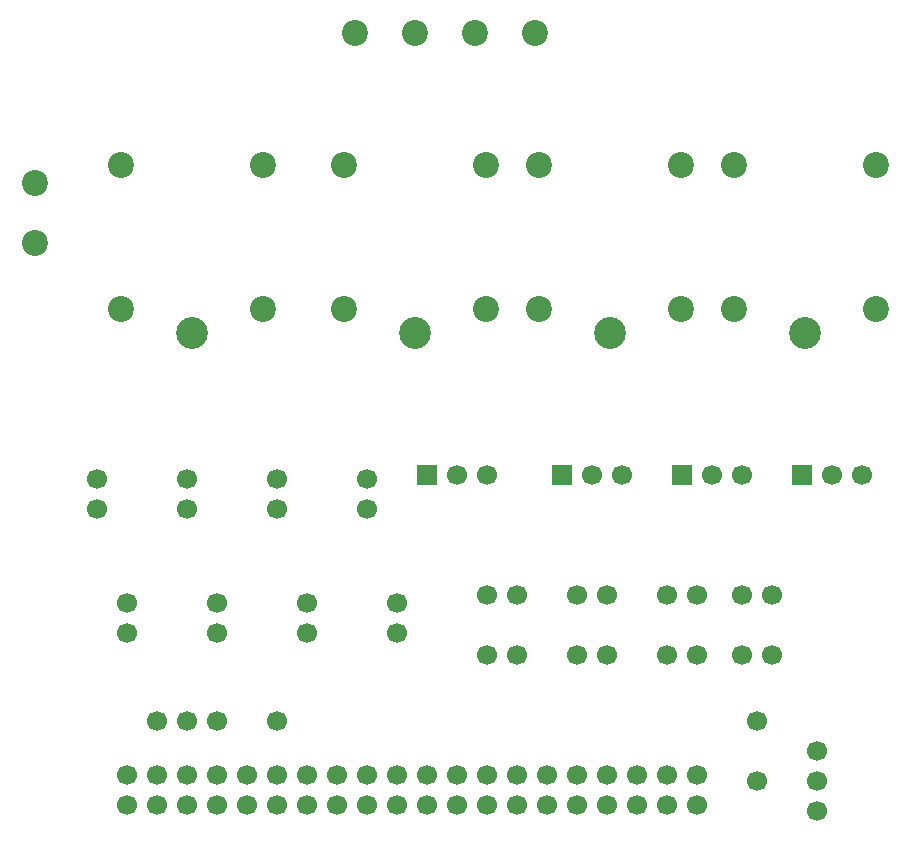
<source format=gbs>
G04 DipTrace 3.1.0.1*
G04 Controller.GBS*
%MOMM*%
G04 #@! TF.FileFunction,Soldermask,Bot*
G04 #@! TF.Part,Single*
%ADD23R,1.7X1.7*%
%ADD25C,1.7*%
%ADD26C,2.2*%
%ADD28C,2.7*%
%FSLAX35Y35*%
G04*
G71*
G90*
G75*
G01*
G04 BotMask*
%LPD*%
D28*
X2800167Y5489793D3*
D26*
X2200167Y5689793D3*
X3400167D3*
X2200167Y6909793D3*
X3400167D3*
X4181293Y8029793D3*
X4689293D3*
X5197293D3*
X5705293D3*
D25*
X2244543Y1743297D3*
X2498543D3*
X2752543D3*
X3006543D3*
X3260543D3*
X3514543D3*
X3768543D3*
X4022543D3*
X4276543D3*
X4530543D3*
X4784543D3*
X5038543D3*
X5292543D3*
X5546543D3*
X5800543D3*
X6054543D3*
X6308543D3*
X6562543D3*
X6816543D3*
X7070543D3*
X2244543Y1489293D3*
X2498543D3*
X3006543D3*
X2752543D3*
X3260543D3*
X3514543D3*
X3768543D3*
X4022543D3*
X4276543D3*
X4530543D3*
X4784543D3*
X5038543D3*
X5292543D3*
X5546543D3*
X5800543D3*
X6054543D3*
X6308543D3*
X6562543D3*
X6816543D3*
X7070543D3*
X1990543Y4251540D3*
Y3997547D3*
X2498543Y2203667D3*
X2752543D3*
X2244543Y3203797D3*
Y2949793D3*
X5292543Y4283297D3*
X5038543D3*
D23*
X4784543D3*
D25*
X2752543Y4251540D3*
Y3997547D3*
X3006543Y2203667D3*
X3514543D3*
X3006543Y3203797D3*
Y2949793D3*
X3514543Y4251540D3*
Y3997547D3*
X3768543Y3203797D3*
Y2949793D3*
X4276543Y4251540D3*
Y3997547D3*
X4530543Y3203797D3*
Y2949793D3*
X5292543Y3267297D3*
Y2759290D3*
X5546543Y3267297D3*
Y2759290D3*
X6435543Y4283297D3*
X6181543D3*
D23*
X5927543D3*
D25*
X6054543Y3267297D3*
X6308543D3*
X6054543Y2759290D3*
X6308543D3*
X7451543Y4283297D3*
X7197543D3*
D23*
X6943543D3*
D25*
X8467543D3*
X8213543D3*
D23*
X7959543D3*
D25*
X6816543Y3267297D3*
X7070543D3*
X6816543Y2759290D3*
X7070543D3*
X7451543Y3267297D3*
X7705543D3*
X7451543Y2759290D3*
X7705543D3*
X8086543Y1949670D3*
Y1695667D3*
X7578543Y2203667D3*
Y1695667D3*
X8086543Y1441667D3*
D26*
X1466667Y6759793D3*
Y6251793D3*
D28*
X4689293Y5489793D3*
D26*
X4089293Y5689793D3*
X5289293D3*
X4089293Y6909793D3*
X5289293D3*
D28*
X6340293Y5489793D3*
D26*
X5740293Y5689793D3*
X6940293D3*
X5740293Y6909793D3*
X6940293D3*
D28*
X7991293Y5489793D3*
D26*
X7391293Y5689793D3*
X8591293D3*
X7391293Y6909793D3*
X8591293D3*
M02*

</source>
